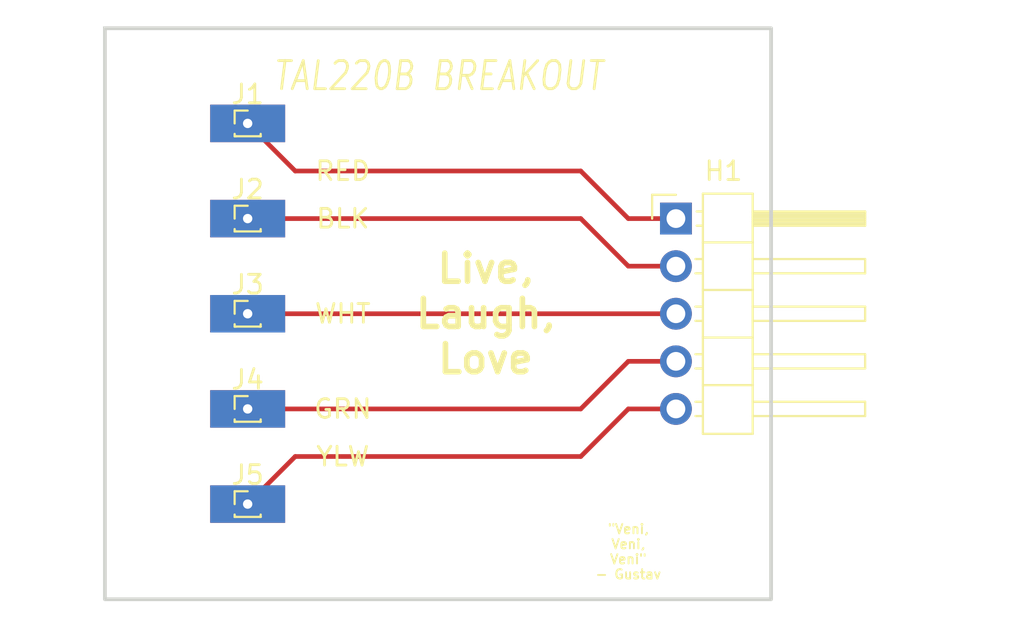
<source format=kicad_pcb>
(kicad_pcb (version 20211014) (generator pcbnew)
  (layers (0 "F.Cu" signal) (31 "B.Cu" signal) (34 "B.Paste" user) (35 "F.Paste" user) (36 "B.SilkS" user "B.Silkscreen") (37 "F.SilkS" user "F.Silkscreen") (38 "B.Mask" user) (39 "F.Mask" user) (44 "Edge.Cuts" user))
  (net 0 "")
  (footprint "MountingHole:MountingHole_2mm" (layer "F.Cu") (at 121.92 27.94)
    (fp_text reference " " (at 0 -3.2) (layer "F.SilkS"))
    (fp_text value "MountingHole_2mm")
    (pad "" np_thru_hole circle (at 0 0) (size 2 2) (drill 2) (layers *.Cu *.Mask))
    (pad "" np_thru_hole circle (at 0 0) (size 2 2) (drill 2) (layers *.Cu *.Mask))
  )
  (footprint "MountingHole:MountingHole_2mm" (layer "F.Cu") (at 121.92 53.34)
    (fp_text reference " " (at 0 -3.2) (layer "F.SilkS"))
    (fp_text value "MountingHole_2mm")
    (pad "" np_thru_hole circle (at 0 0) (size 2 2) (drill 2) (layers *.Cu *.Mask))
    (pad "" np_thru_hole circle (at 0 0) (size 2 2) (drill 2) (layers *.Cu *.Mask))
  )
  (footprint "Connector_PinHeader_1.00mm:PinHeader_1x01_P1.00mm_Vertical" (layer "F.Cu") (at 96.52 50.8)
    (fp_text reference "J5" (at 0 -1.56) (layer "F.SilkS"))
    (fp_text value "PinHeader_1x01_P1.00mm_Vertical")
    (fp_line (start -0.695 -0.685) (end 0 -0.685) (layer "F.SilkS") (width 0.12))
    (fp_line (start -0.695 0.685) (end -0.695 0.56) (layer "F.SilkS") (width 0.12))
    (fp_line (start -0.695 0.685) (end 0.695 0.685) (layer "F.SilkS") (width 0.12))
    (fp_line (start -0.695 0.685) (end -0.608276 0.685) (layer "F.SilkS") (width 0.12))
    (fp_line (start -0.695 0) (end -0.695 -0.685) (layer "F.SilkS") (width 0.12))
    (fp_line (start 0.695 0.685) (end 0.695 0.56) (layer "F.SilkS") (width 0.12))
    (fp_line (start 0.608276 0.685) (end 0.695 0.685) (layer "F.SilkS") (width 0.12))
    (pad "1" thru_hole rect (at 0 0) (size 4 2) (drill 0.5) (layers *.Cu *.Mask))
  )
  (footprint "MountingHole:MountingHole_2mm" (layer "F.Cu") (at 91.44 27.94)
    (fp_text reference " " (at 0 -3.2) (layer "F.SilkS"))
    (fp_text value "MountingHole_2mm")
    (pad "" np_thru_hole circle (at 0 0) (size 2 2) (drill 2) (layers *.Cu *.Mask))
    (pad "" np_thru_hole circle (at 0 0) (size 2 2) (drill 2) (layers *.Cu *.Mask))
  )
  (footprint "Connector_PinHeader_1.00mm:PinHeader_1x01_P1.00mm_Vertical" (layer "F.Cu") (at 96.52 35.56)
    (fp_text reference "J2" (at 0 -1.56) (layer "F.SilkS"))
    (fp_text value "PinHeader_1x01_P1.00mm_Vertical")
    (fp_line (start -0.695 0) (end -0.695 -0.685) (layer "F.SilkS") (width 0.12))
    (fp_line (start -0.695 0.685) (end -0.608276 0.685) (layer "F.SilkS") (width 0.12))
    (fp_line (start -0.695 0.685) (end -0.695 0.56) (layer "F.SilkS") (width 0.12))
    (fp_line (start 0.695 0.685) (end 0.695 0.56) (layer "F.SilkS") (width 0.12))
    (fp_line (start -0.695 -0.685) (end 0 -0.685) (layer "F.SilkS") (width 0.12))
    (fp_line (start -0.695 0.685) (end 0.695 0.685) (layer "F.SilkS") (width 0.12))
    (fp_line (start 0.608276 0.685) (end 0.695 0.685) (layer "F.SilkS") (width 0.12))
    (pad "1" thru_hole rect (at 0 0) (size 4 2) (drill 0.5) (layers *.Cu *.Mask))
  )
  (footprint "Connector_PinHeader_1.00mm:PinHeader_1x01_P1.00mm_Vertical" (layer "F.Cu") (at 96.52 45.72)
    (fp_text reference "J4" (at 0 -1.56) (layer "F.SilkS"))
    (fp_text value "PinHeader_1x01_P1.00mm_Vertical")
    (fp_line (start -0.695 -0.685) (end 0 -0.685) (layer "F.SilkS") (width 0.12))
    (fp_line (start 0.608276 0.685) (end 0.695 0.685) (layer "F.SilkS") (width 0.12))
    (fp_line (start -0.695 0) (end -0.695 -0.685) (layer "F.SilkS") (width 0.12))
    (fp_line (start -0.695 0.685) (end 0.695 0.685) (layer "F.SilkS") (width 0.12))
    (fp_line (start -0.695 0.685) (end -0.608276 0.685) (layer "F.SilkS") (width 0.12))
    (fp_line (start -0.695 0.685) (end -0.695 0.56) (layer "F.SilkS") (width 0.12))
    (fp_line (start 0.695 0.685) (end 0.695 0.56) (layer "F.SilkS") (width 0.12))
    (pad "1" thru_hole rect (at 0 0) (size 4 2) (drill 0.5) (layers *.Cu *.Mask))
  )
  (footprint "Connector_PinHeader_1.00mm:PinHeader_1x01_P1.00mm_Vertical" (layer "F.Cu") (at 96.52 40.64)
    (fp_text reference "J3" (at 0 -1.56) (layer "F.SilkS"))
    (fp_text value "PinHeader_1x01_P1.00mm_Vertical")
    (fp_line (start 0.608276 0.685) (end 0.695 0.685) (layer "F.SilkS") (width 0.12))
    (fp_line (start -0.695 0) (end -0.695 -0.685) (layer "F.SilkS") (width 0.12))
    (fp_line (start 0.695 0.685) (end 0.695 0.56) (layer "F.SilkS") (width 0.12))
    (fp_line (start -0.695 -0.685) (end 0 -0.685) (layer "F.SilkS") (width 0.12))
    (fp_line (start -0.695 0.685) (end -0.695 0.56) (layer "F.SilkS") (width 0.12))
    (fp_line (start -0.695 0.685) (end -0.608276 0.685) (layer "F.SilkS") (width 0.12))
    (fp_line (start -0.695 0.685) (end 0.695 0.685) (layer "F.SilkS") (width 0.12))
    (pad "1" thru_hole rect (at 0 0) (size 4 2) (drill 0.5) (layers *.Cu *.Mask))
  )
  (footprint "MountingHole:MountingHole_2mm" (layer "F.Cu") (at 91.44 53.34)
    (fp_text reference " " (at 0 -3.2) (layer "F.SilkS"))
    (fp_text value "MountingHole_2mm")
    (pad "" np_thru_hole circle (at 0 0) (size 2 2) (drill 2) (layers *.Cu *.Mask))
    (pad "" np_thru_hole circle (at 0 0) (size 2 2) (drill 2) (layers *.Cu *.Mask))
  )
  (footprint "Connector_PinHeader_1.00mm:PinHeader_1x01_P1.00mm_Vertical" (layer "F.Cu") (at 96.52 30.48)
    (fp_text reference "J1" (at 0 -1.56) (layer "F.SilkS"))
    (fp_text value "PinHeader_1x01_P1.00mm_Vertical")
    (fp_line (start -0.695 0) (end -0.695 -0.685) (layer "F.SilkS") (width 0.12))
    (fp_line (start 0.608276 0.685) (end 0.695 0.685) (layer "F.SilkS") (width 0.12))
    (fp_line (start -0.695 0.685) (end -0.608276 0.685) (layer "F.SilkS") (width 0.12))
    (fp_line (start -0.695 0.685) (end 0.695 0.685) (layer "F.SilkS") (width 0.12))
    (fp_line (start -0.695 -0.685) (end 0 -0.685) (layer "F.SilkS") (width 0.12))
    (fp_line (start -0.695 0.685) (end -0.695 0.56) (layer "F.SilkS") (width 0.12))
    (fp_line (start 0.695 0.685) (end 0.695 0.56) (layer "F.SilkS") (width 0.12))
    (pad "1" thru_hole rect (at 0 0) (size 4 2) (drill 0.5) (layers *.Cu *.Mask))
  )
  (footprint "Connector_PinHeader_2.54mm:PinHeader_1x05_P2.54mm_Horizontal" (layer "F.Cu") (at 119.38 35.56)
    (fp_text reference "H1" (at 2.54 -2.54) (layer "F.SilkS"))
    (fp_text value "PinHeader_1x05_P2.54mm_Horizontal")
    (fp_line (start 10.1 9.78) (end 10.1 10.54) (layer "F.SilkS") (width 0.12))
    (fp_line (start -1.27 -1.27) (end 0 -1.27) (layer "F.SilkS") (width 0.12))
    (fp_line (start 1.44 -1.33) (end 1.44 11.49) (layer "F.SilkS") (width 0.12))
    (fp_line (start 1.44 8.89) (end 4.1 8.89) (layer "F.SilkS") (width 0.12))
    (fp_line (start 1.44 6.35) (end 4.1 6.35) (layer "F.SilkS") (width 0.12))
    (fp_line (start 4.1 9.78) (end 10.1 9.78) (layer "F.SilkS") (width 0.12))
    (fp_line (start 1.042929 9.78) (end 1.44 9.78) (layer "F.SilkS") (width 0.12))
    (fp_line (start 1.042929 7.24) (end 1.44 7.24) (layer "F.SilkS") (width 0.12))
    (fp_line (start -1.27 0) (end -1.27 -1.27) (layer "F.SilkS") (width 0.12))
    (fp_line (start 4.1 11.49) (end 4.1 -1.33) (layer "F.SilkS") (width 0.12))
    (fp_line (start 4.1 -1.33) (end 1.44 -1.33) (layer "F.SilkS") (width 0.12))
    (fp_line (start 10.1 5.46) (end 4.1 5.46) (layer "F.SilkS") (width 0.12))
    (fp_line (start 1.44 3.81) (end 4.1 3.81) (layer "F.SilkS") (width 0.12))
    (fp_line (start 1.042929 8) (end 1.44 8) (layer "F.SilkS") (width 0.12))
    (fp_line (start 4.1 -0.2) (end 10.1 -0.2) (layer "F.SilkS") (width 0.12))
    (fp_line (start 4.1 0.28) (end 10.1 0.28) (layer "F.SilkS") (width 0.12))
    (fp_line (start 10.1 10.54) (end 4.1 10.54) (layer "F.SilkS") (width 0.12))
    (fp_line (start 4.1 0.16) (end 10.1 0.16) (layer "F.SilkS") (width 0.12))
    (fp_line (start 4.1 -0.08) (end 10.1 -0.08) (layer "F.SilkS") (width 0.12))
    (fp_line (start 4.1 2.16) (end 10.1 2.16) (layer "F.SilkS") (width 0.12))
    (fp_line (start 10.1 4.7) (end 10.1 5.46) (layer "F.SilkS") (width 0.12))
    (fp_line (start 1.042929 10.54) (end 1.44 10.54) (layer "F.SilkS") (width 0.12))
    (fp_line (start 10.1 2.16) (end 10.1 2.92) (layer "F.SilkS") (width 0.12))
    (fp_line (start 10.1 8) (end 4.1 8) (layer "F.SilkS") (width 0.12))
    (fp_line (start 10.1 2.92) (end 4.1 2.92) (layer "F.SilkS") (width 0.12))
    (fp_line (start 4.1 -0.38) (end 10.1 -0.38) (layer "F.SilkS") (width 0.12))
    (fp_line (start 10.1 7.24) (end 10.1 8) (layer "F.SilkS") (width 0.12))
    (fp_line (start 1.11 -0.38) (end 1.44 -0.38) (layer "F.SilkS") (width 0.12))
    (fp_line (start 4.1 4.7) (end 10.1 4.7) (layer "F.SilkS") (width 0.12))
    (fp_line (start 1.042929 2.92) (end 1.44 2.92) (layer "F.SilkS") (width 0.12))
    (fp_line (start 1.042929 2.16) (end 1.44 2.16) (layer "F.SilkS") (width 0.12))
    (fp_line (start 1.44 1.27) (end 4.1 1.27) (layer "F.SilkS") (width 0.12))
    (fp_line (start 4.1 -0.32) (end 10.1 -0.32) (layer "F.SilkS") (width 0.12))
    (fp_line (start 10.1 0.38) (end 4.1 0.38) (layer "F.SilkS") (width 0.12))
    (fp_line (start 4.1 0.04) (end 10.1 0.04) (layer "F.SilkS") (width 0.12))
    (fp_line (start 1.44 11.49) (end 4.1 11.49) (layer "F.SilkS") (width 0.12))
    (fp_line (start 4.1 7.24) (end 10.1 7.24) (layer "F.SilkS") (width 0.12))
    (fp_line (start 1.042929 5.46) (end 1.44 5.46) (layer "F.SilkS") (width 0.12))
    (fp_line (start 1.11 0.38) (end 1.44 0.38) (layer "F.SilkS") (width 0.12))
    (fp_line (start 10.1 -0.38) (end 10.1 0.38) (layer "F.SilkS") (width 0.12))
    (fp_line (start 1.042929 4.7) (end 1.44 4.7) (layer "F.SilkS") (width 0.12))
    (pad "1" thru_hole rect (at 0 0) (size 1.7 1.7) (drill 1) (layers *.Cu *.Mask))
    (pad "2" thru_hole oval (at 0 2.54) (size 1.7 1.7) (drill 1) (layers *.Cu *.Mask))
    (pad "3" thru_hole oval (at 0 5.08) (size 1.7 1.7) (drill 1) (layers *.Cu *.Mask))
    (pad "4" thru_hole oval (at 0 7.62) (size 1.7 1.7) (drill 1) (layers *.Cu *.Mask))
    (pad "5" thru_hole oval (at 0 10.16) (size 1.7 1.7) (drill 1) (layers *.Cu *.Mask))
  )
  (gr_rect (start 88.9 25.4) (end 124.46 55.88) (layer "Edge.Cuts") (width 0.2) (fill none))
  (gr_text "GRN" (at 101.6 45.72) (layer "F.SilkS") (effects (font (size 1 1))))
  (gr_text "Live,\nLaugh,\nLove" (at 109.22 40.64) (layer "F.SilkS") (effects (font (size 1.5 1.5) (thickness 0.3))))
  (gr_text "YLW" (at 101.6 48.26) (layer "F.SilkS") (effects (font (size 1 1))))
  (gr_text "WHT" (at 101.6 40.64) (layer "F.SilkS") (effects (font (size 1 1))))
  (gr_text "BLK" (at 101.6 35.56) (layer "F.SilkS") (effects (font (size 1 1))))
  (gr_text "RED" (at 101.6 33.02) (layer "F.SilkS") (effects (font (size 1 1))))
  (gr_text "{dblquote}Veni,\nVeni,\nVeni{dblquote}\n- Gustav" (at 116.84 53.34) (layer "F.SilkS") (effects (font (size 0.5 0.5) (thickness 0.1))))
  (gr_text "TAL220B BREAKOUT" (at 106.68 27.94) (layer "F.SilkS") (effects (font (size 1.5 1.2) (thickness 0.15) italic)))
  (segment (start 114.3 45.72) (end 116.84 43.18) (width 0.25) (layer "F.Cu") (net 0))
  (segment (start 99.06 33.02) (end 114.3 33.02) (width 0.25) (layer "F.Cu") (net 0))
  (segment (start 114.3 35.56) (end 116.84 38.1) (width 0.25) (layer "F.Cu") (net 0))
  (segment (start 96.52 50.8) (end 99.06 48.26) (width 0.25) (layer "F.Cu") (net 0))
  (segment (start 99.06 48.26) (end 114.3 48.26) (width 0.25) (layer "F.Cu") (net 0))
  (segment (start 114.3 33.02) (end 116.84 35.56) (width 0.25) (layer "F.Cu") (net 0))
  (segment (start 96.52 35.56) (end 114.3 35.56) (width 0.25) (layer "F.Cu") (net 0))
  (segment (start 116.84 43.18) (end 119.38 43.18) (width 0.25) (layer "F.Cu") (net 0))
  (segment (start 96.52 45.72) (end 114.3 45.72) (width 0.25) (layer "F.Cu") (net 0))
  (segment (start 116.84 35.56) (end 119.38 35.56) (width 0.25) (layer "F.Cu") (net 0))
  (segment (start 116.84 38.1) (end 119.38 38.1) (width 0.25) (layer "F.Cu") (net 0))
  (segment (start 114.3 48.26) (end 116.84 45.72) (width 0.25) (layer "F.Cu") (net 0))
  (segment (start 96.52 40.64) (end 119.38 40.64) (width 0.25) (layer "F.Cu") (net 0))
  (segment (start 96.52 30.48) (end 99.06 33.02) (width 0.25) (layer "F.Cu") (net 0))
  (segment (start 116.84 45.72) (end 119.38 45.72) (width 0.25) (layer "F.Cu") (net 0))
)
</source>
